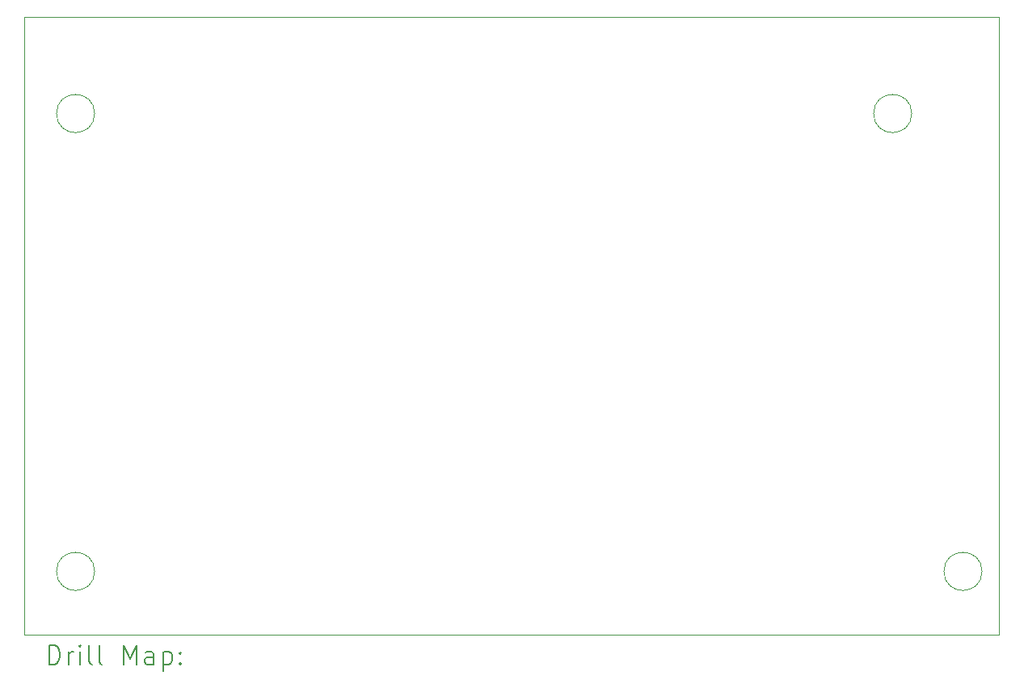
<source format=gbr>
%TF.GenerationSoftware,KiCad,Pcbnew,9.0.2*%
%TF.CreationDate,2025-07-11T23:57:39-07:00*%
%TF.ProjectId,motherboard,6d6f7468-6572-4626-9f61-72642e6b6963,rev?*%
%TF.SameCoordinates,Original*%
%TF.FileFunction,Drillmap*%
%TF.FilePolarity,Positive*%
%FSLAX45Y45*%
G04 Gerber Fmt 4.5, Leading zero omitted, Abs format (unit mm)*
G04 Created by KiCad (PCBNEW 9.0.2) date 2025-07-11 23:57:39*
%MOMM*%
%LPD*%
G01*
G04 APERTURE LIST*
%ADD10C,0.050000*%
%ADD11C,0.200000*%
G04 APERTURE END LIST*
D10*
X10537800Y-2209800D02*
G75*
G02*
X10137800Y-2209800I-200000J0D01*
G01*
X10137800Y-2209800D02*
G75*
G02*
X10537800Y-2209800I200000J0D01*
G01*
X1978000Y-2209800D02*
G75*
G02*
X1578000Y-2209800I-200000J0D01*
G01*
X1578000Y-2209800D02*
G75*
G02*
X1978000Y-2209800I200000J0D01*
G01*
X1244600Y-1193800D02*
X11455400Y-1193800D01*
X11455400Y-7670800D01*
X1244600Y-7670800D01*
X1244600Y-1193800D01*
X1978000Y-7010400D02*
G75*
G02*
X1578000Y-7010400I-200000J0D01*
G01*
X1578000Y-7010400D02*
G75*
G02*
X1978000Y-7010400I200000J0D01*
G01*
X11274400Y-7010400D02*
G75*
G02*
X10874400Y-7010400I-200000J0D01*
G01*
X10874400Y-7010400D02*
G75*
G02*
X11274400Y-7010400I200000J0D01*
G01*
D11*
X1502877Y-7984784D02*
X1502877Y-7784784D01*
X1502877Y-7784784D02*
X1550496Y-7784784D01*
X1550496Y-7784784D02*
X1579067Y-7794308D01*
X1579067Y-7794308D02*
X1598115Y-7813355D01*
X1598115Y-7813355D02*
X1607639Y-7832403D01*
X1607639Y-7832403D02*
X1617162Y-7870498D01*
X1617162Y-7870498D02*
X1617162Y-7899069D01*
X1617162Y-7899069D02*
X1607639Y-7937165D01*
X1607639Y-7937165D02*
X1598115Y-7956212D01*
X1598115Y-7956212D02*
X1579067Y-7975260D01*
X1579067Y-7975260D02*
X1550496Y-7984784D01*
X1550496Y-7984784D02*
X1502877Y-7984784D01*
X1702877Y-7984784D02*
X1702877Y-7851450D01*
X1702877Y-7889546D02*
X1712401Y-7870498D01*
X1712401Y-7870498D02*
X1721924Y-7860974D01*
X1721924Y-7860974D02*
X1740972Y-7851450D01*
X1740972Y-7851450D02*
X1760020Y-7851450D01*
X1826686Y-7984784D02*
X1826686Y-7851450D01*
X1826686Y-7784784D02*
X1817162Y-7794308D01*
X1817162Y-7794308D02*
X1826686Y-7803831D01*
X1826686Y-7803831D02*
X1836210Y-7794308D01*
X1836210Y-7794308D02*
X1826686Y-7784784D01*
X1826686Y-7784784D02*
X1826686Y-7803831D01*
X1950496Y-7984784D02*
X1931448Y-7975260D01*
X1931448Y-7975260D02*
X1921924Y-7956212D01*
X1921924Y-7956212D02*
X1921924Y-7784784D01*
X2055258Y-7984784D02*
X2036210Y-7975260D01*
X2036210Y-7975260D02*
X2026686Y-7956212D01*
X2026686Y-7956212D02*
X2026686Y-7784784D01*
X2283829Y-7984784D02*
X2283829Y-7784784D01*
X2283829Y-7784784D02*
X2350496Y-7927641D01*
X2350496Y-7927641D02*
X2417163Y-7784784D01*
X2417163Y-7784784D02*
X2417163Y-7984784D01*
X2598115Y-7984784D02*
X2598115Y-7880022D01*
X2598115Y-7880022D02*
X2588591Y-7860974D01*
X2588591Y-7860974D02*
X2569544Y-7851450D01*
X2569544Y-7851450D02*
X2531448Y-7851450D01*
X2531448Y-7851450D02*
X2512401Y-7860974D01*
X2598115Y-7975260D02*
X2579067Y-7984784D01*
X2579067Y-7984784D02*
X2531448Y-7984784D01*
X2531448Y-7984784D02*
X2512401Y-7975260D01*
X2512401Y-7975260D02*
X2502877Y-7956212D01*
X2502877Y-7956212D02*
X2502877Y-7937165D01*
X2502877Y-7937165D02*
X2512401Y-7918117D01*
X2512401Y-7918117D02*
X2531448Y-7908593D01*
X2531448Y-7908593D02*
X2579067Y-7908593D01*
X2579067Y-7908593D02*
X2598115Y-7899069D01*
X2693353Y-7851450D02*
X2693353Y-8051450D01*
X2693353Y-7860974D02*
X2712401Y-7851450D01*
X2712401Y-7851450D02*
X2750496Y-7851450D01*
X2750496Y-7851450D02*
X2769544Y-7860974D01*
X2769544Y-7860974D02*
X2779067Y-7870498D01*
X2779067Y-7870498D02*
X2788591Y-7889546D01*
X2788591Y-7889546D02*
X2788591Y-7946688D01*
X2788591Y-7946688D02*
X2779067Y-7965736D01*
X2779067Y-7965736D02*
X2769544Y-7975260D01*
X2769544Y-7975260D02*
X2750496Y-7984784D01*
X2750496Y-7984784D02*
X2712401Y-7984784D01*
X2712401Y-7984784D02*
X2693353Y-7975260D01*
X2874305Y-7965736D02*
X2883829Y-7975260D01*
X2883829Y-7975260D02*
X2874305Y-7984784D01*
X2874305Y-7984784D02*
X2864782Y-7975260D01*
X2864782Y-7975260D02*
X2874305Y-7965736D01*
X2874305Y-7965736D02*
X2874305Y-7984784D01*
X2874305Y-7860974D02*
X2883829Y-7870498D01*
X2883829Y-7870498D02*
X2874305Y-7880022D01*
X2874305Y-7880022D02*
X2864782Y-7870498D01*
X2864782Y-7870498D02*
X2874305Y-7860974D01*
X2874305Y-7860974D02*
X2874305Y-7880022D01*
M02*

</source>
